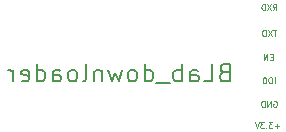
<source format=gbr>
%TF.GenerationSoftware,KiCad,Pcbnew,(5.1.8)-1*%
%TF.CreationDate,2021-01-13T21:24:39+08:00*%
%TF.ProjectId,downloader,646f776e-6c6f-4616-9465-722e6b696361,rev?*%
%TF.SameCoordinates,Original*%
%TF.FileFunction,Legend,Bot*%
%TF.FilePolarity,Positive*%
%FSLAX46Y46*%
G04 Gerber Fmt 4.6, Leading zero omitted, Abs format (unit mm)*
G04 Created by KiCad (PCBNEW (5.1.8)-1) date 2021-01-13 21:24:39*
%MOMM*%
%LPD*%
G01*
G04 APERTURE LIST*
%ADD10C,0.200000*%
%ADD11C,0.125000*%
G04 APERTURE END LIST*
D10*
X122785714Y-93092857D02*
X122571428Y-93164285D01*
X122500000Y-93235714D01*
X122428571Y-93378571D01*
X122428571Y-93592857D01*
X122500000Y-93735714D01*
X122571428Y-93807142D01*
X122714285Y-93878571D01*
X123285714Y-93878571D01*
X123285714Y-92378571D01*
X122785714Y-92378571D01*
X122642857Y-92450000D01*
X122571428Y-92521428D01*
X122500000Y-92664285D01*
X122500000Y-92807142D01*
X122571428Y-92950000D01*
X122642857Y-93021428D01*
X122785714Y-93092857D01*
X123285714Y-93092857D01*
X121071428Y-93878571D02*
X121785714Y-93878571D01*
X121785714Y-92378571D01*
X119928571Y-93878571D02*
X119928571Y-93092857D01*
X120000000Y-92950000D01*
X120142857Y-92878571D01*
X120428571Y-92878571D01*
X120571428Y-92950000D01*
X119928571Y-93807142D02*
X120071428Y-93878571D01*
X120428571Y-93878571D01*
X120571428Y-93807142D01*
X120642857Y-93664285D01*
X120642857Y-93521428D01*
X120571428Y-93378571D01*
X120428571Y-93307142D01*
X120071428Y-93307142D01*
X119928571Y-93235714D01*
X119214285Y-93878571D02*
X119214285Y-92378571D01*
X119214285Y-92950000D02*
X119071428Y-92878571D01*
X118785714Y-92878571D01*
X118642857Y-92950000D01*
X118571428Y-93021428D01*
X118500000Y-93164285D01*
X118500000Y-93592857D01*
X118571428Y-93735714D01*
X118642857Y-93807142D01*
X118785714Y-93878571D01*
X119071428Y-93878571D01*
X119214285Y-93807142D01*
X118214285Y-94021428D02*
X117071428Y-94021428D01*
X116071428Y-93878571D02*
X116071428Y-92378571D01*
X116071428Y-93807142D02*
X116214285Y-93878571D01*
X116500000Y-93878571D01*
X116642857Y-93807142D01*
X116714285Y-93735714D01*
X116785714Y-93592857D01*
X116785714Y-93164285D01*
X116714285Y-93021428D01*
X116642857Y-92950000D01*
X116500000Y-92878571D01*
X116214285Y-92878571D01*
X116071428Y-92950000D01*
X115142857Y-93878571D02*
X115285714Y-93807142D01*
X115357142Y-93735714D01*
X115428571Y-93592857D01*
X115428571Y-93164285D01*
X115357142Y-93021428D01*
X115285714Y-92950000D01*
X115142857Y-92878571D01*
X114928571Y-92878571D01*
X114785714Y-92950000D01*
X114714285Y-93021428D01*
X114642857Y-93164285D01*
X114642857Y-93592857D01*
X114714285Y-93735714D01*
X114785714Y-93807142D01*
X114928571Y-93878571D01*
X115142857Y-93878571D01*
X114142857Y-92878571D02*
X113857142Y-93878571D01*
X113571428Y-93164285D01*
X113285714Y-93878571D01*
X113000000Y-92878571D01*
X112428571Y-92878571D02*
X112428571Y-93878571D01*
X112428571Y-93021428D02*
X112357142Y-92950000D01*
X112214285Y-92878571D01*
X112000000Y-92878571D01*
X111857142Y-92950000D01*
X111785714Y-93092857D01*
X111785714Y-93878571D01*
X110857142Y-93878571D02*
X111000000Y-93807142D01*
X111071428Y-93664285D01*
X111071428Y-92378571D01*
X110071428Y-93878571D02*
X110214285Y-93807142D01*
X110285714Y-93735714D01*
X110357142Y-93592857D01*
X110357142Y-93164285D01*
X110285714Y-93021428D01*
X110214285Y-92950000D01*
X110071428Y-92878571D01*
X109857142Y-92878571D01*
X109714285Y-92950000D01*
X109642857Y-93021428D01*
X109571428Y-93164285D01*
X109571428Y-93592857D01*
X109642857Y-93735714D01*
X109714285Y-93807142D01*
X109857142Y-93878571D01*
X110071428Y-93878571D01*
X108285714Y-93878571D02*
X108285714Y-93092857D01*
X108357142Y-92950000D01*
X108500000Y-92878571D01*
X108785714Y-92878571D01*
X108928571Y-92950000D01*
X108285714Y-93807142D02*
X108428571Y-93878571D01*
X108785714Y-93878571D01*
X108928571Y-93807142D01*
X109000000Y-93664285D01*
X109000000Y-93521428D01*
X108928571Y-93378571D01*
X108785714Y-93307142D01*
X108428571Y-93307142D01*
X108285714Y-93235714D01*
X106928571Y-93878571D02*
X106928571Y-92378571D01*
X106928571Y-93807142D02*
X107071428Y-93878571D01*
X107357142Y-93878571D01*
X107500000Y-93807142D01*
X107571428Y-93735714D01*
X107642857Y-93592857D01*
X107642857Y-93164285D01*
X107571428Y-93021428D01*
X107500000Y-92950000D01*
X107357142Y-92878571D01*
X107071428Y-92878571D01*
X106928571Y-92950000D01*
X105642857Y-93807142D02*
X105785714Y-93878571D01*
X106071428Y-93878571D01*
X106214285Y-93807142D01*
X106285714Y-93664285D01*
X106285714Y-93092857D01*
X106214285Y-92950000D01*
X106071428Y-92878571D01*
X105785714Y-92878571D01*
X105642857Y-92950000D01*
X105571428Y-93092857D01*
X105571428Y-93235714D01*
X106285714Y-93378571D01*
X104928571Y-93878571D02*
X104928571Y-92878571D01*
X104928571Y-93164285D02*
X104857142Y-93021428D01*
X104785714Y-92950000D01*
X104642857Y-92878571D01*
X104500000Y-92878571D01*
D11*
X127450000Y-97635714D02*
X127069047Y-97635714D01*
X127259523Y-97826190D02*
X127259523Y-97445238D01*
X126878571Y-97326190D02*
X126569047Y-97326190D01*
X126735714Y-97516666D01*
X126664285Y-97516666D01*
X126616666Y-97540476D01*
X126592857Y-97564285D01*
X126569047Y-97611904D01*
X126569047Y-97730952D01*
X126592857Y-97778571D01*
X126616666Y-97802380D01*
X126664285Y-97826190D01*
X126807142Y-97826190D01*
X126854761Y-97802380D01*
X126878571Y-97778571D01*
X126354761Y-97778571D02*
X126330952Y-97802380D01*
X126354761Y-97826190D01*
X126378571Y-97802380D01*
X126354761Y-97778571D01*
X126354761Y-97826190D01*
X126164285Y-97326190D02*
X125854761Y-97326190D01*
X126021428Y-97516666D01*
X125950000Y-97516666D01*
X125902380Y-97540476D01*
X125878571Y-97564285D01*
X125854761Y-97611904D01*
X125854761Y-97730952D01*
X125878571Y-97778571D01*
X125902380Y-97802380D01*
X125950000Y-97826190D01*
X126092857Y-97826190D01*
X126140476Y-97802380D01*
X126164285Y-97778571D01*
X125711904Y-97326190D02*
X125545238Y-97826190D01*
X125378571Y-97326190D01*
X126980952Y-95550000D02*
X127028571Y-95526190D01*
X127100000Y-95526190D01*
X127171428Y-95550000D01*
X127219047Y-95597619D01*
X127242857Y-95645238D01*
X127266666Y-95740476D01*
X127266666Y-95811904D01*
X127242857Y-95907142D01*
X127219047Y-95954761D01*
X127171428Y-96002380D01*
X127100000Y-96026190D01*
X127052380Y-96026190D01*
X126980952Y-96002380D01*
X126957142Y-95978571D01*
X126957142Y-95811904D01*
X127052380Y-95811904D01*
X126742857Y-96026190D02*
X126742857Y-95526190D01*
X126457142Y-96026190D01*
X126457142Y-95526190D01*
X126219047Y-96026190D02*
X126219047Y-95526190D01*
X126100000Y-95526190D01*
X126028571Y-95550000D01*
X125980952Y-95597619D01*
X125957142Y-95645238D01*
X125933333Y-95740476D01*
X125933333Y-95811904D01*
X125957142Y-95907142D01*
X125980952Y-95954761D01*
X126028571Y-96002380D01*
X126100000Y-96026190D01*
X126219047Y-96026190D01*
X127100000Y-94026190D02*
X127100000Y-93526190D01*
X126766666Y-93526190D02*
X126671428Y-93526190D01*
X126623809Y-93550000D01*
X126576190Y-93597619D01*
X126552380Y-93692857D01*
X126552380Y-93859523D01*
X126576190Y-93954761D01*
X126623809Y-94002380D01*
X126671428Y-94026190D01*
X126766666Y-94026190D01*
X126814285Y-94002380D01*
X126861904Y-93954761D01*
X126885714Y-93859523D01*
X126885714Y-93692857D01*
X126861904Y-93597619D01*
X126814285Y-93550000D01*
X126766666Y-93526190D01*
X126242857Y-93526190D02*
X126195238Y-93526190D01*
X126147619Y-93550000D01*
X126123809Y-93573809D01*
X126100000Y-93621428D01*
X126076190Y-93716666D01*
X126076190Y-93835714D01*
X126100000Y-93930952D01*
X126123809Y-93978571D01*
X126147619Y-94002380D01*
X126195238Y-94026190D01*
X126242857Y-94026190D01*
X126290476Y-94002380D01*
X126314285Y-93978571D01*
X126338095Y-93930952D01*
X126361904Y-93835714D01*
X126361904Y-93716666D01*
X126338095Y-93621428D01*
X126314285Y-93573809D01*
X126290476Y-93550000D01*
X126242857Y-93526190D01*
X126919047Y-91764285D02*
X126752380Y-91764285D01*
X126680952Y-92026190D02*
X126919047Y-92026190D01*
X126919047Y-91526190D01*
X126680952Y-91526190D01*
X126466666Y-92026190D02*
X126466666Y-91526190D01*
X126180952Y-92026190D01*
X126180952Y-91526190D01*
X127230952Y-89526190D02*
X126945238Y-89526190D01*
X127088095Y-90026190D02*
X127088095Y-89526190D01*
X126826190Y-89526190D02*
X126492857Y-90026190D01*
X126492857Y-89526190D02*
X126826190Y-90026190D01*
X126302380Y-90026190D02*
X126302380Y-89526190D01*
X126183333Y-89526190D01*
X126111904Y-89550000D01*
X126064285Y-89597619D01*
X126040476Y-89645238D01*
X126016666Y-89740476D01*
X126016666Y-89811904D01*
X126040476Y-89907142D01*
X126064285Y-89954761D01*
X126111904Y-90002380D01*
X126183333Y-90026190D01*
X126302380Y-90026190D01*
X126933333Y-87826190D02*
X127100000Y-87588095D01*
X127219047Y-87826190D02*
X127219047Y-87326190D01*
X127028571Y-87326190D01*
X126980952Y-87350000D01*
X126957142Y-87373809D01*
X126933333Y-87421428D01*
X126933333Y-87492857D01*
X126957142Y-87540476D01*
X126980952Y-87564285D01*
X127028571Y-87588095D01*
X127219047Y-87588095D01*
X126766666Y-87326190D02*
X126433333Y-87826190D01*
X126433333Y-87326190D02*
X126766666Y-87826190D01*
X126242857Y-87826190D02*
X126242857Y-87326190D01*
X126123809Y-87326190D01*
X126052380Y-87350000D01*
X126004761Y-87397619D01*
X125980952Y-87445238D01*
X125957142Y-87540476D01*
X125957142Y-87611904D01*
X125980952Y-87707142D01*
X126004761Y-87754761D01*
X126052380Y-87802380D01*
X126123809Y-87826190D01*
X126242857Y-87826190D01*
M02*

</source>
